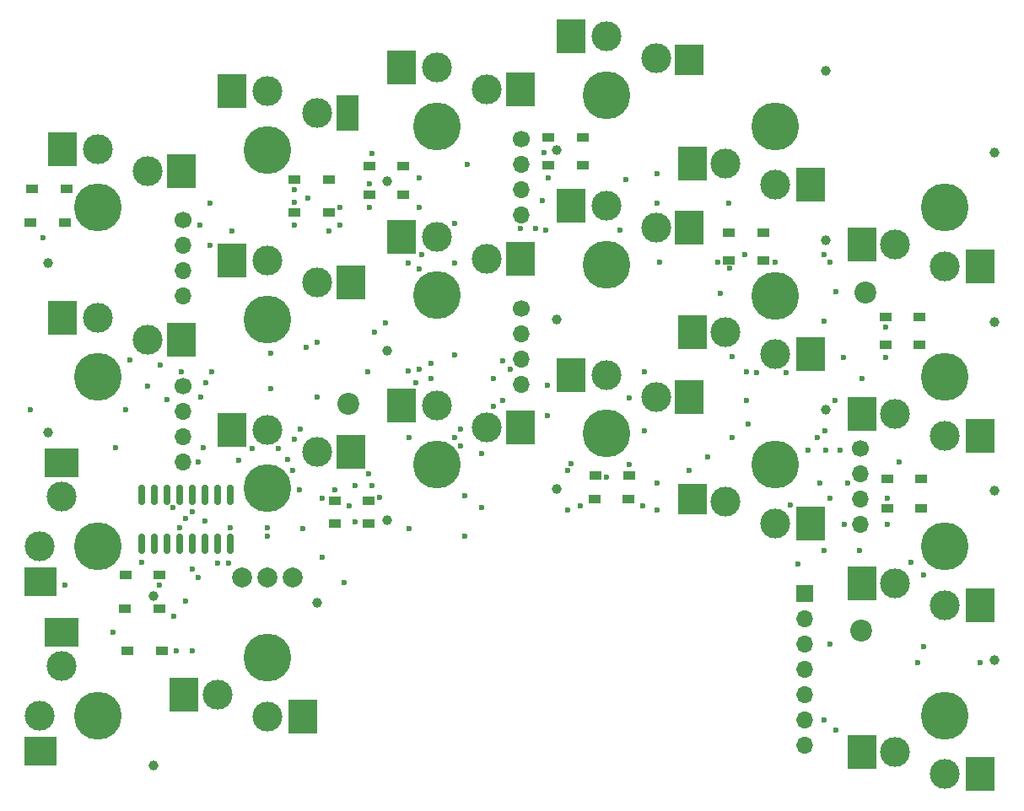
<source format=gbr>
G04 #@! TF.GenerationSoftware,KiCad,Pcbnew,9.0.0*
G04 #@! TF.CreationDate,2025-03-30T21:58:58+09:00*
G04 #@! TF.ProjectId,nofy,6e6f6679-2e6b-4696-9361-645f70636258,rev?*
G04 #@! TF.SameCoordinates,Original*
G04 #@! TF.FileFunction,Soldermask,Bot*
G04 #@! TF.FilePolarity,Negative*
%FSLAX46Y46*%
G04 Gerber Fmt 4.6, Leading zero omitted, Abs format (unit mm)*
G04 Created by KiCad (PCBNEW 9.0.0) date 2025-03-30 21:58:58*
%MOMM*%
%LPD*%
G01*
G04 APERTURE LIST*
G04 Aperture macros list*
%AMRoundRect*
0 Rectangle with rounded corners*
0 $1 Rounding radius*
0 $2 $3 $4 $5 $6 $7 $8 $9 X,Y pos of 4 corners*
0 Add a 4 corners polygon primitive as box body*
4,1,4,$2,$3,$4,$5,$6,$7,$8,$9,$2,$3,0*
0 Add four circle primitives for the rounded corners*
1,1,$1+$1,$2,$3*
1,1,$1+$1,$4,$5*
1,1,$1+$1,$6,$7*
1,1,$1+$1,$8,$9*
0 Add four rect primitives between the rounded corners*
20,1,$1+$1,$2,$3,$4,$5,0*
20,1,$1+$1,$4,$5,$6,$7,0*
20,1,$1+$1,$6,$7,$8,$9,0*
20,1,$1+$1,$8,$9,$2,$3,0*%
G04 Aperture macros list end*
%ADD10R,1.200000X0.950000*%
%ADD11C,3.000000*%
%ADD12C,4.800000*%
%ADD13R,2.300000X3.550000*%
%ADD14R,3.000000X3.500000*%
%ADD15C,1.000000*%
%ADD16R,3.500000X3.000000*%
%ADD17R,3.250000X3.000000*%
%ADD18R,3.000000X3.050000*%
%ADD19C,1.700000*%
%ADD20O,1.700000X1.700000*%
%ADD21C,2.200000*%
%ADD22R,1.700000X1.700000*%
%ADD23R,3.000000X3.150000*%
%ADD24RoundRect,0.150000X-0.150000X0.825000X-0.150000X-0.825000X0.150000X-0.825000X0.150000X0.825000X0*%
%ADD25C,2.000000*%
%ADD26C,0.600000*%
G04 APERTURE END LIST*
D10*
X74773525Y-61733000D03*
X78223525Y-61733000D03*
D11*
X46873500Y-25333000D03*
D12*
X41873500Y-29033000D03*
D11*
X41873500Y-23133000D03*
D13*
X49873500Y-25308000D03*
D14*
X38323500Y-23133000D03*
D11*
X21173500Y-63833000D03*
D12*
X24873500Y-68833000D03*
D11*
X18973500Y-68833000D03*
D15*
X30423500Y-73833000D03*
D16*
X21173500Y-60483000D03*
D17*
X19098500Y-72383000D03*
D11*
X87873500Y-64333000D03*
D12*
X92873500Y-60633000D03*
D11*
X92873500Y-66533000D03*
D15*
X97873500Y-55083000D03*
D18*
X84523500Y-64108000D03*
D14*
X96423500Y-66533000D03*
D11*
X36873500Y-83733000D03*
D12*
X41873500Y-80033000D03*
D11*
X41873500Y-85933000D03*
D15*
X46873500Y-74483000D03*
D14*
X33523500Y-83733000D03*
X45423500Y-85933000D03*
D10*
X88200025Y-40133000D03*
X91650025Y-40133000D03*
X70100025Y-30533000D03*
X73550025Y-30533000D03*
X104073525Y-65033000D03*
X107523525Y-65033000D03*
X48600025Y-64233000D03*
X52050025Y-64233000D03*
X27600025Y-71733000D03*
X31050025Y-71733000D03*
D19*
X101373500Y-59033000D03*
D20*
X101373500Y-61573000D03*
X101373500Y-64113000D03*
X101373500Y-66653000D03*
D21*
X49973500Y-54533000D03*
D11*
X87873500Y-30358000D03*
D12*
X92873500Y-26658000D03*
D11*
X92873500Y-32558000D03*
D15*
X97873500Y-21108000D03*
D14*
X84523500Y-30358000D03*
X96423500Y-32558000D03*
D19*
X67373500Y-27933000D03*
D20*
X67373500Y-30473000D03*
X67373500Y-33013000D03*
X67373500Y-35553000D03*
D21*
X101473500Y-77333000D03*
D11*
X104873500Y-38533000D03*
D12*
X109873500Y-34833000D03*
D11*
X109873500Y-40733000D03*
D15*
X114873500Y-29283000D03*
D14*
X101523500Y-38533000D03*
X113423500Y-40733000D03*
D10*
X27790025Y-79303000D03*
X31240025Y-79303000D03*
D11*
X80873500Y-53833000D03*
D12*
X75873500Y-57533000D03*
D11*
X75873500Y-51633000D03*
D15*
X70873500Y-63083000D03*
D14*
X84223500Y-53833000D03*
X72323500Y-51633000D03*
D19*
X33373500Y-36038000D03*
D20*
X33373500Y-38578000D03*
X33373500Y-41118000D03*
X33373500Y-43658000D03*
D10*
X103900025Y-48633000D03*
X107350025Y-48633000D03*
D11*
X21173500Y-80833000D03*
D12*
X24873500Y-85833000D03*
D11*
X18973500Y-85833000D03*
D15*
X30423500Y-90833000D03*
D16*
X21173500Y-77483000D03*
D17*
X19098500Y-89383000D03*
D10*
X103900025Y-45833000D03*
X107350025Y-45833000D03*
D11*
X104873500Y-72533000D03*
D12*
X109873500Y-68833000D03*
D11*
X109873500Y-74733000D03*
D15*
X114873500Y-63283000D03*
D14*
X101523500Y-72533000D03*
X113423500Y-74733000D03*
D11*
X104873500Y-89533000D03*
D12*
X109873500Y-85833000D03*
D11*
X109873500Y-91733000D03*
D15*
X114873500Y-80283000D03*
D14*
X101523500Y-89533000D03*
X113423500Y-91733000D03*
D10*
X48600025Y-66533000D03*
X52050025Y-66533000D03*
D11*
X29873500Y-31133000D03*
D12*
X24873500Y-34833000D03*
D11*
X24873500Y-28933000D03*
D15*
X19873500Y-40383000D03*
D14*
X33223500Y-31133000D03*
X21323500Y-28933000D03*
D11*
X46873500Y-59333000D03*
D12*
X41873500Y-63033000D03*
D11*
X41873500Y-57133000D03*
D14*
X50223500Y-59333000D03*
X38323500Y-57133000D03*
D19*
X33373500Y-52733000D03*
D20*
X33373500Y-55273000D03*
X33373500Y-57813000D03*
X33373500Y-60353000D03*
D10*
X52073525Y-30633000D03*
X55523525Y-30633000D03*
D11*
X63873500Y-56933000D03*
D12*
X58873500Y-60633000D03*
D11*
X58873500Y-54733000D03*
D15*
X53873500Y-66183000D03*
D14*
X67223500Y-56933000D03*
X55323500Y-54733000D03*
D11*
X80873500Y-36833000D03*
D12*
X75873500Y-40533000D03*
D11*
X75873500Y-34633000D03*
D15*
X70873500Y-46083000D03*
D14*
X84223500Y-36833000D03*
X72323500Y-34633000D03*
D22*
X95773500Y-73573000D03*
D20*
X95773500Y-76113000D03*
X95773500Y-78653000D03*
X95773500Y-81193000D03*
X95773500Y-83733000D03*
X95773500Y-86273000D03*
X95773500Y-88813000D03*
D19*
X67373500Y-44993000D03*
D20*
X67373500Y-47533000D03*
X67373500Y-50073000D03*
X67373500Y-52613000D03*
D10*
X44600025Y-35333000D03*
X48050025Y-35333000D03*
X88200025Y-37333000D03*
X91650025Y-37333000D03*
D11*
X63873500Y-22933000D03*
D12*
X58873500Y-26633000D03*
D11*
X58873500Y-20733000D03*
D15*
X53873500Y-32183000D03*
D14*
X67223500Y-22933000D03*
X55323500Y-20733000D03*
D11*
X63873500Y-39933000D03*
D12*
X58873500Y-43633000D03*
D11*
X58873500Y-37733000D03*
D15*
X53873500Y-49183000D03*
D14*
X67223500Y-39933000D03*
X55323500Y-37733000D03*
D10*
X70100025Y-27733000D03*
X73550025Y-27733000D03*
D11*
X80873500Y-19833000D03*
D12*
X75873500Y-23533000D03*
D11*
X75873500Y-17633000D03*
D15*
X70873500Y-29083000D03*
D23*
X84223500Y-20008000D03*
D14*
X72323500Y-17633000D03*
D11*
X29873500Y-48133000D03*
D12*
X24873500Y-51833000D03*
D11*
X24873500Y-45933000D03*
D15*
X19873500Y-57383000D03*
D14*
X33223500Y-48133000D03*
X21323500Y-45933000D03*
D21*
X101873500Y-43333000D03*
D10*
X18100025Y-36333000D03*
X21550025Y-36333000D03*
X44600025Y-32033000D03*
X48050025Y-32033000D03*
X18226625Y-32933000D03*
X21676625Y-32933000D03*
X52073525Y-33533000D03*
X55523525Y-33533000D03*
X104073525Y-62033000D03*
X107523525Y-62033000D03*
X74673525Y-64133000D03*
X78123525Y-64133000D03*
X27573525Y-75133000D03*
X31023525Y-75133000D03*
D11*
X46873500Y-42333000D03*
D12*
X41873500Y-46033000D03*
D11*
X41873500Y-40133000D03*
D14*
X50223500Y-42333000D03*
X38323500Y-40133000D03*
D11*
X104873500Y-55533000D03*
D12*
X109873500Y-51833000D03*
D11*
X109873500Y-57733000D03*
D15*
X114873500Y-46283000D03*
D14*
X101523500Y-55533000D03*
X113423500Y-57733000D03*
D11*
X87873500Y-47358000D03*
D12*
X92873500Y-43658000D03*
D11*
X92873500Y-49558000D03*
D15*
X97873500Y-38108000D03*
D14*
X84523500Y-47358000D03*
X96423500Y-49558000D03*
D24*
X29228500Y-63658000D03*
X30498500Y-63658000D03*
X31768500Y-63658000D03*
X33038500Y-63658000D03*
X34308500Y-63658000D03*
X35578500Y-63658000D03*
X36848500Y-63658000D03*
X38118500Y-63658000D03*
X38118500Y-68608000D03*
X36848500Y-68608000D03*
X35578500Y-68608000D03*
X34308500Y-68608000D03*
X33038500Y-68608000D03*
X31768500Y-68608000D03*
X30498500Y-68608000D03*
X29228500Y-68608000D03*
D25*
X39363500Y-71933000D03*
X44363500Y-71933000D03*
X41863500Y-71933000D03*
D26*
X44600000Y-33013000D03*
X80996100Y-34384800D03*
X36121200Y-38578000D03*
X97763100Y-46233200D03*
X69653800Y-29313100D03*
X80996100Y-31422700D03*
X97763100Y-39518500D03*
X88200000Y-34384800D03*
X44600000Y-34329800D03*
X52073500Y-32411400D03*
X103900000Y-46815000D03*
X36121200Y-34359700D03*
X52324800Y-29345100D03*
X19329900Y-37818000D03*
X89826900Y-39518500D03*
X48050000Y-37200000D03*
X38323500Y-37200000D03*
X77837500Y-32037200D03*
X49163900Y-36553600D03*
X49163900Y-34800900D03*
X57134500Y-34800900D03*
X88291800Y-40933600D03*
X87082200Y-40309000D03*
X35118900Y-36558500D03*
X98923900Y-43271100D03*
X44600000Y-36558500D03*
X103900000Y-49892200D03*
X70100000Y-31861300D03*
X52073500Y-34800900D03*
X57134500Y-31830800D03*
X81256400Y-40309000D03*
X99676200Y-49892200D03*
X42927300Y-59052200D03*
X40361800Y-59052200D03*
X44412200Y-61213900D03*
X52050000Y-61518800D03*
X73300000Y-64773800D03*
X48600000Y-63141400D03*
X104073500Y-64041500D03*
X45769000Y-48840800D03*
X45071800Y-63141400D03*
X75889400Y-61861800D03*
X42221000Y-49442500D03*
X78185800Y-53967400D03*
X27600000Y-55119500D03*
X18100000Y-55119500D03*
X97788400Y-57250100D03*
X65482500Y-50244700D03*
X29869500Y-52733000D03*
X65482500Y-54169100D03*
X99772200Y-66653000D03*
X42221000Y-53013100D03*
X79720500Y-57250100D03*
X104073500Y-66653000D03*
X21559600Y-72700000D03*
X31050000Y-72700000D03*
X78223500Y-60637300D03*
X72319452Y-60507459D03*
X98364800Y-40309000D03*
X92876100Y-40309000D03*
X79500000Y-64773800D03*
X94380800Y-64696000D03*
X34300000Y-79300000D03*
X32700000Y-79300000D03*
X69977600Y-52700000D03*
X69977600Y-55735700D03*
X90118500Y-56563300D03*
X80996100Y-62486300D03*
X80996100Y-65233600D03*
X44598300Y-58081600D03*
X61289800Y-58775800D03*
X61289800Y-57108000D03*
X45142500Y-57108000D03*
X95120200Y-70584700D03*
X96128300Y-59177500D03*
X57107100Y-40984200D03*
X87360900Y-43405100D03*
X93962700Y-51381900D03*
X90929300Y-51381900D03*
X98967700Y-87259800D03*
X97931400Y-59177500D03*
X57335400Y-39543000D03*
X36848500Y-70497300D03*
X38006200Y-70497300D03*
X45947500Y-33880900D03*
X43921600Y-60101200D03*
X99337600Y-59192600D03*
X38946300Y-60229300D03*
X105297300Y-60346300D03*
X77278500Y-37066300D03*
X107763800Y-71677400D03*
X106498400Y-70412000D03*
X89944200Y-54152100D03*
X69824700Y-37066300D03*
X89944200Y-51292500D03*
X107763800Y-78937700D03*
X98846700Y-54152100D03*
X79700000Y-51292500D03*
X29228500Y-70431100D03*
X69425500Y-34085600D03*
X46854300Y-48339300D03*
X88473900Y-57890000D03*
X100127900Y-62470800D03*
X97329700Y-62470800D03*
X35153800Y-53811500D03*
X97034500Y-57890000D03*
X97730900Y-69295400D03*
X97730900Y-86273000D03*
X88473900Y-49767200D03*
X46854300Y-53811500D03*
X101292200Y-69295400D03*
X36255600Y-51279700D03*
X33223500Y-51279700D03*
X51927800Y-51287400D03*
X26650000Y-58964700D03*
X35643400Y-52392800D03*
X67223500Y-36954200D03*
X68792800Y-36954200D03*
X57134500Y-51087400D03*
X66209900Y-51087400D03*
X56758000Y-52392800D03*
X35452200Y-58964700D03*
X32429300Y-75854200D03*
X34343600Y-65333000D03*
X84223500Y-61239900D03*
X26400000Y-77500000D03*
X72048000Y-65219500D03*
X72048000Y-61260000D03*
X33673600Y-66062400D03*
X49559800Y-72495100D03*
X86077300Y-59843500D03*
X63368100Y-59548700D03*
X33673600Y-74324500D03*
X63368100Y-64977200D03*
X50070800Y-64793400D03*
X32382755Y-64942122D03*
X31768500Y-54084600D03*
X101523500Y-52008600D03*
X113423500Y-80540200D03*
X107131100Y-80540200D03*
X64555100Y-51952400D03*
X58266300Y-51952400D03*
X58266300Y-50446000D03*
X64555100Y-54770800D03*
X28050000Y-50100000D03*
X61685300Y-67858400D03*
X33038500Y-66967900D03*
X38118500Y-66967900D03*
X98354600Y-78679100D03*
X61685300Y-63731500D03*
X41863500Y-67858400D03*
X61970000Y-30473000D03*
X41863500Y-66967900D03*
X98354600Y-64013900D03*
X34943600Y-71933000D03*
X34943600Y-60353000D03*
X53155500Y-63912500D03*
X47347500Y-64007400D03*
X47347500Y-69930000D03*
X34308500Y-71152400D03*
X53708200Y-46364600D03*
X60701100Y-36378900D03*
X60701100Y-40358000D03*
X31119400Y-50646100D03*
X56033700Y-51224900D03*
X56033700Y-40358000D03*
X56101900Y-57915400D03*
X60680200Y-57915400D03*
X45438300Y-67073400D03*
X56101900Y-67073400D03*
X60680200Y-49608600D03*
X35578500Y-66280600D03*
X50672500Y-62783100D03*
X52649700Y-47347200D03*
X50672500Y-66365100D03*
X52405200Y-62783100D03*
M02*

</source>
